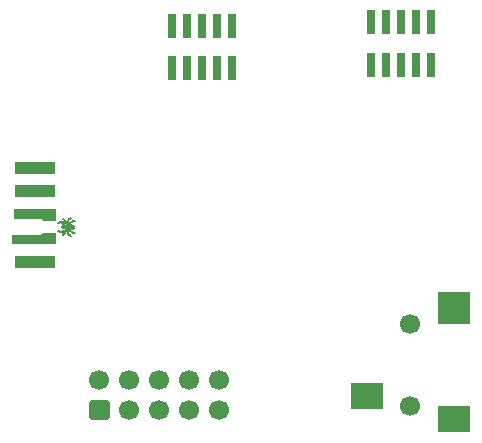
<source format=gts>
%TF.GenerationSoftware,KiCad,Pcbnew,(5.1.5)-3*%
%TF.CreationDate,2020-11-29T17:59:18-06:00*%
%TF.ProjectId,ePenguin-Debug,6550656e-6775-4696-9e2d-44656275672e,rev?*%
%TF.SameCoordinates,Original*%
%TF.FileFunction,Soldermask,Top*%
%TF.FilePolarity,Negative*%
%FSLAX46Y46*%
G04 Gerber Fmt 4.6, Leading zero omitted, Abs format (unit mm)*
G04 Created by KiCad (PCBNEW (5.1.5)-3) date 2020-11-29 17:59:18*
%MOMM*%
%LPD*%
G04 APERTURE LIST*
%ADD10C,0.001000*%
%ADD11C,0.150000*%
%ADD12C,0.460000*%
%ADD13C,0.320000*%
%ADD14C,0.300000*%
%ADD15C,1.700000*%
%ADD16R,2.800000X2.800000*%
%ADD17R,2.800000X2.200000*%
%ADD18C,0.100000*%
%ADD19R,0.760000X2.050000*%
%ADD20R,0.750000X2.100000*%
%ADD21R,3.500000X1.000000*%
G04 APERTURE END LIST*
D10*
%TO.C,J1*%
G36*
X105560000Y-68670000D02*
G01*
X105680000Y-68730000D01*
X105820000Y-68730000D01*
X105760000Y-68600000D01*
X105610000Y-68530000D01*
X105640000Y-68620000D01*
X105560000Y-68670000D01*
G37*
X105560000Y-68670000D02*
X105680000Y-68730000D01*
X105820000Y-68730000D01*
X105760000Y-68600000D01*
X105610000Y-68530000D01*
X105640000Y-68620000D01*
X105560000Y-68670000D01*
D11*
X105540000Y-68580000D02*
X105670000Y-68640000D01*
X105330000Y-68650000D02*
X105530000Y-68580000D01*
D12*
X106460000Y-69010000D02*
X106390000Y-69010000D01*
D13*
X106510000Y-69010000D02*
X105740000Y-69010000D01*
D14*
X106400000Y-69090000D02*
X105740000Y-69020000D01*
D11*
X106190000Y-69260000D02*
X106520000Y-69540000D01*
X106710000Y-69540000D02*
X106520000Y-69540000D01*
X106150000Y-69210000D02*
X106150000Y-69580000D01*
X106360000Y-69750000D02*
X106150000Y-69580000D01*
X105990000Y-69390000D02*
X106040000Y-69130000D01*
X105990000Y-69390000D02*
X105920000Y-69550000D01*
X105720000Y-69670000D02*
X105910000Y-69560000D01*
D10*
G36*
X105560000Y-69350000D02*
G01*
X105680000Y-69290000D01*
X105820000Y-69290000D01*
X105760000Y-69420000D01*
X105610000Y-69490000D01*
X105640000Y-69400000D01*
X105560000Y-69350000D01*
G37*
X105560000Y-69350000D02*
X105680000Y-69290000D01*
X105820000Y-69290000D01*
X105760000Y-69420000D01*
X105610000Y-69490000D01*
X105640000Y-69400000D01*
X105560000Y-69350000D01*
D11*
X105540000Y-69440000D02*
X105670000Y-69380000D01*
X105330000Y-69370000D02*
X105530000Y-69440000D01*
D14*
X106400000Y-68930000D02*
X105740000Y-69000000D01*
D11*
X106190000Y-68760000D02*
X106520000Y-68480000D01*
X106710000Y-68480000D02*
X106520000Y-68480000D01*
X106150000Y-68810000D02*
X106150000Y-68440000D01*
X106360000Y-68270000D02*
X106150000Y-68440000D01*
X105990000Y-68630000D02*
X106040000Y-68890000D01*
X105990000Y-68630000D02*
X105920000Y-68470000D01*
X105720000Y-68350000D02*
X105910000Y-68460000D01*
%TD*%
D15*
%TO.C,CON1*%
X135128000Y-77212000D03*
X135128000Y-84212000D03*
D16*
X138828000Y-75912000D03*
D17*
X138828000Y-85312000D03*
X131428000Y-83312000D03*
%TD*%
D15*
%TO.C,J3*%
X118960000Y-81960000D03*
X116420000Y-81960000D03*
X113880000Y-81960000D03*
X111340000Y-81960000D03*
X108800000Y-81960000D03*
X118960000Y-84500000D03*
X116420000Y-84500000D03*
X113880000Y-84500000D03*
X111340000Y-84500000D03*
D18*
G36*
X109424504Y-83651204D02*
G01*
X109448773Y-83654804D01*
X109472571Y-83660765D01*
X109495671Y-83669030D01*
X109517849Y-83679520D01*
X109538893Y-83692133D01*
X109558598Y-83706747D01*
X109576777Y-83723223D01*
X109593253Y-83741402D01*
X109607867Y-83761107D01*
X109620480Y-83782151D01*
X109630970Y-83804329D01*
X109639235Y-83827429D01*
X109645196Y-83851227D01*
X109648796Y-83875496D01*
X109650000Y-83900000D01*
X109650000Y-85100000D01*
X109648796Y-85124504D01*
X109645196Y-85148773D01*
X109639235Y-85172571D01*
X109630970Y-85195671D01*
X109620480Y-85217849D01*
X109607867Y-85238893D01*
X109593253Y-85258598D01*
X109576777Y-85276777D01*
X109558598Y-85293253D01*
X109538893Y-85307867D01*
X109517849Y-85320480D01*
X109495671Y-85330970D01*
X109472571Y-85339235D01*
X109448773Y-85345196D01*
X109424504Y-85348796D01*
X109400000Y-85350000D01*
X108200000Y-85350000D01*
X108175496Y-85348796D01*
X108151227Y-85345196D01*
X108127429Y-85339235D01*
X108104329Y-85330970D01*
X108082151Y-85320480D01*
X108061107Y-85307867D01*
X108041402Y-85293253D01*
X108023223Y-85276777D01*
X108006747Y-85258598D01*
X107992133Y-85238893D01*
X107979520Y-85217849D01*
X107969030Y-85195671D01*
X107960765Y-85172571D01*
X107954804Y-85148773D01*
X107951204Y-85124504D01*
X107950000Y-85100000D01*
X107950000Y-83900000D01*
X107951204Y-83875496D01*
X107954804Y-83851227D01*
X107960765Y-83827429D01*
X107969030Y-83804329D01*
X107979520Y-83782151D01*
X107992133Y-83761107D01*
X108006747Y-83741402D01*
X108023223Y-83723223D01*
X108041402Y-83706747D01*
X108061107Y-83692133D01*
X108082151Y-83679520D01*
X108104329Y-83669030D01*
X108127429Y-83660765D01*
X108151227Y-83654804D01*
X108175496Y-83651204D01*
X108200000Y-83650000D01*
X109400000Y-83650000D01*
X109424504Y-83651204D01*
G37*
%TD*%
D19*
%TO.C,J4*%
X120040000Y-52020000D03*
X120040000Y-55580000D03*
X118770000Y-52020000D03*
X118770000Y-55580000D03*
X117500000Y-52020000D03*
X117500000Y-55580000D03*
X116230000Y-52020000D03*
X116230000Y-55580000D03*
X114960000Y-52020000D03*
X114960000Y-55580000D03*
%TD*%
D20*
%TO.C,J2*%
X131760000Y-51700000D03*
X131760000Y-55300000D03*
X133030000Y-51700000D03*
X133030000Y-55300000D03*
X134300000Y-51700000D03*
X134300000Y-55300000D03*
X135570000Y-51700000D03*
X135570000Y-55300000D03*
X136840000Y-51700000D03*
X136840000Y-55300000D03*
%TD*%
D21*
%TO.C,J1*%
X103350000Y-72000000D03*
X103350000Y-64000000D03*
X103350000Y-66000000D03*
D18*
G36*
X105100000Y-67500000D02*
G01*
X105100000Y-68500000D01*
X104090000Y-68500000D01*
X104070000Y-68480000D01*
X104020000Y-68440000D01*
X103960000Y-68400000D01*
X103910000Y-68370000D01*
X103860000Y-68350000D01*
X103800000Y-68330000D01*
X103720000Y-68310000D01*
X103610000Y-68300000D01*
X101600000Y-68300000D01*
X101600000Y-67500000D01*
X105100000Y-67500000D01*
G37*
G36*
X103610000Y-69700000D02*
G01*
X103720000Y-69690000D01*
X103800000Y-69670000D01*
X103860000Y-69650000D01*
X103910000Y-69630000D01*
X103960000Y-69600000D01*
X104020000Y-69560000D01*
X104070000Y-69520000D01*
X104090000Y-69500000D01*
X105100000Y-69500000D01*
X105100000Y-70500000D01*
X101400000Y-70500000D01*
X101400000Y-69700000D01*
X103610000Y-69700000D01*
G37*
%TD*%
M02*

</source>
